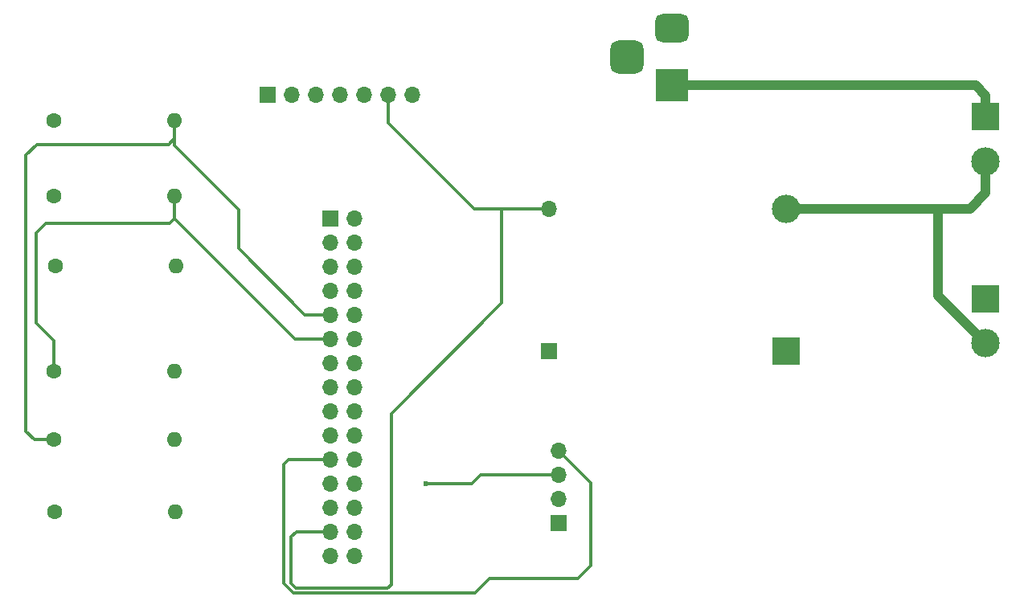
<source format=gbr>
%TF.GenerationSoftware,KiCad,Pcbnew,8.0.2*%
%TF.CreationDate,2024-06-02T23:09:43-04:00*%
%TF.ProjectId,popperPump,706f7070-6572-4507-956d-702e6b696361,1.5*%
%TF.SameCoordinates,Original*%
%TF.FileFunction,Copper,L1,Top*%
%TF.FilePolarity,Positive*%
%FSLAX46Y46*%
G04 Gerber Fmt 4.6, Leading zero omitted, Abs format (unit mm)*
G04 Created by KiCad (PCBNEW 8.0.2) date 2024-06-02 23:09:43*
%MOMM*%
%LPD*%
G01*
G04 APERTURE LIST*
G04 Aperture macros list*
%AMRoundRect*
0 Rectangle with rounded corners*
0 $1 Rounding radius*
0 $2 $3 $4 $5 $6 $7 $8 $9 X,Y pos of 4 corners*
0 Add a 4 corners polygon primitive as box body*
4,1,4,$2,$3,$4,$5,$6,$7,$8,$9,$2,$3,0*
0 Add four circle primitives for the rounded corners*
1,1,$1+$1,$2,$3*
1,1,$1+$1,$4,$5*
1,1,$1+$1,$6,$7*
1,1,$1+$1,$8,$9*
0 Add four rect primitives between the rounded corners*
20,1,$1+$1,$2,$3,$4,$5,0*
20,1,$1+$1,$4,$5,$6,$7,0*
20,1,$1+$1,$6,$7,$8,$9,0*
20,1,$1+$1,$8,$9,$2,$3,0*%
G04 Aperture macros list end*
%TA.AperFunction,ComponentPad*%
%ADD10R,3.500000X3.500000*%
%TD*%
%TA.AperFunction,ComponentPad*%
%ADD11RoundRect,0.750000X-1.000000X0.750000X-1.000000X-0.750000X1.000000X-0.750000X1.000000X0.750000X0*%
%TD*%
%TA.AperFunction,ComponentPad*%
%ADD12RoundRect,0.875000X-0.875000X0.875000X-0.875000X-0.875000X0.875000X-0.875000X0.875000X0.875000X0*%
%TD*%
%TA.AperFunction,ComponentPad*%
%ADD13C,1.600000*%
%TD*%
%TA.AperFunction,ComponentPad*%
%ADD14O,1.600000X1.600000*%
%TD*%
%TA.AperFunction,ComponentPad*%
%ADD15R,1.700000X1.700000*%
%TD*%
%TA.AperFunction,ComponentPad*%
%ADD16O,1.700000X1.700000*%
%TD*%
%TA.AperFunction,ComponentPad*%
%ADD17R,3.000000X3.000000*%
%TD*%
%TA.AperFunction,ComponentPad*%
%ADD18O,3.000000X3.000000*%
%TD*%
%TA.AperFunction,ViaPad*%
%ADD19C,0.600000*%
%TD*%
%TA.AperFunction,Conductor*%
%ADD20C,0.300000*%
%TD*%
%TA.AperFunction,Conductor*%
%ADD21C,1.000000*%
%TD*%
%TA.AperFunction,Conductor*%
%ADD22C,0.200000*%
%TD*%
G04 APERTURE END LIST*
D10*
%TO.P,12VIN,1*%
%TO.N,VCC*%
X165707500Y-71000000D03*
D11*
%TO.P,12VIN,2*%
%TO.N,GND*%
X165707500Y-65000000D03*
D12*
%TO.P,12VIN,3*%
%TO.N,N/C*%
X161007500Y-68000000D03*
%TD*%
D13*
%TO.P,ButDPullDown1,1*%
%TO.N,Net-(AdafruitRF315MhzMomentary1-Pin_5)*%
X100752400Y-90015680D03*
D14*
%TO.P,ButDPullDown1,2*%
%TO.N,Net-(M5StackHeader1-Pin_1)*%
X113452400Y-90015680D03*
%TD*%
D13*
%TO.P,ButDNeutral1,1*%
%TO.N,Net-(M5StackHeader1-Pin_1)*%
X100727000Y-115949080D03*
D14*
%TO.P,ButDNeutral1,2*%
%TO.N,GND*%
X113427000Y-115949080D03*
%TD*%
D13*
%TO.P,ButBNeutral1,1*%
%TO.N,Net-(M5StackHeader1-Pin_9)*%
X100600000Y-108354480D03*
D14*
%TO.P,ButBNeutral1,2*%
%TO.N,GND*%
X113300000Y-108354480D03*
%TD*%
D13*
%TO.P,ButBPullDown1,1*%
%TO.N,Net-(AdafruitRF315MhzMomentary1-Pin_3)*%
X100600000Y-74699480D03*
D14*
%TO.P,ButBPullDown1,2*%
%TO.N,Net-(M5StackHeader1-Pin_9)*%
X113300000Y-74699480D03*
%TD*%
D15*
%TO.P,M5StackHeader1,1,Pin_1*%
%TO.N,Net-(M5StackHeader1-Pin_1)*%
X129750000Y-85000000D03*
D16*
%TO.P,M5StackHeader1,2,Pin_2*%
%TO.N,GND*%
X132290000Y-85000000D03*
%TO.P,M5StackHeader1,3,Pin_3*%
%TO.N,unconnected-(M5StackHeader1-Pin_3-Pad3)*%
X129750000Y-87540000D03*
%TO.P,M5StackHeader1,4,Pin_4*%
%TO.N,unconnected-(M5StackHeader1-Pin_4-Pad4)*%
X132290000Y-87540000D03*
%TO.P,M5StackHeader1,5,Pin_5*%
%TO.N,unconnected-(M5StackHeader1-Pin_5-Pad5)*%
X129750000Y-90080000D03*
%TO.P,M5StackHeader1,6,Pin_6*%
%TO.N,unconnected-(M5StackHeader1-Pin_6-Pad6)*%
X132290000Y-90080000D03*
%TO.P,M5StackHeader1,7,Pin_7*%
%TO.N,unconnected-(M5StackHeader1-Pin_7-Pad7)*%
X129750000Y-92620000D03*
%TO.P,M5StackHeader1,8,Pin_8*%
%TO.N,unconnected-(M5StackHeader1-Pin_8-Pad8)*%
X132290000Y-92620000D03*
%TO.P,M5StackHeader1,9,Pin_9*%
%TO.N,Net-(M5StackHeader1-Pin_9)*%
X129750000Y-95160000D03*
%TO.P,M5StackHeader1,10,Pin_10*%
%TO.N,unconnected-(M5StackHeader1-Pin_10-Pad10)*%
X132290000Y-95160000D03*
%TO.P,M5StackHeader1,11,Pin_11*%
%TO.N,Net-(M5StackHeader1-Pin_11)*%
X129750000Y-97700000D03*
%TO.P,M5StackHeader1,12,Pin_12*%
%TO.N,unconnected-(M5StackHeader1-Pin_12-Pad12)*%
X132290000Y-97700000D03*
%TO.P,M5StackHeader1,13,Pin_13*%
%TO.N,unconnected-(M5StackHeader1-Pin_13-Pad13)*%
X129750000Y-100240000D03*
%TO.P,M5StackHeader1,14,Pin_14*%
%TO.N,unconnected-(M5StackHeader1-Pin_14-Pad14)*%
X132290000Y-100240000D03*
%TO.P,M5StackHeader1,15,Pin_15*%
%TO.N,unconnected-(M5StackHeader1-Pin_15-Pad15)*%
X129750000Y-102780000D03*
%TO.P,M5StackHeader1,16,Pin_16*%
%TO.N,unconnected-(M5StackHeader1-Pin_16-Pad16)*%
X132290000Y-102780000D03*
%TO.P,M5StackHeader1,17,Pin_17*%
%TO.N,unconnected-(M5StackHeader1-Pin_17-Pad17)*%
X129750000Y-105320000D03*
%TO.P,M5StackHeader1,18,Pin_18*%
%TO.N,unconnected-(M5StackHeader1-Pin_18-Pad18)*%
X132290000Y-105320000D03*
%TO.P,M5StackHeader1,19,Pin_19*%
%TO.N,unconnected-(M5StackHeader1-Pin_19-Pad19)*%
X129750000Y-107860000D03*
%TO.P,M5StackHeader1,20,Pin_20*%
%TO.N,unconnected-(M5StackHeader1-Pin_20-Pad20)*%
X132290000Y-107860000D03*
%TO.P,M5StackHeader1,21,Pin_21*%
%TO.N,Net-(DRV8871-Pin_4)*%
X129750000Y-110400000D03*
%TO.P,M5StackHeader1,22,Pin_22*%
%TO.N,Net-(DRV8871-Pin_3)*%
X132290000Y-110400000D03*
%TO.P,M5StackHeader1,23,Pin_23*%
%TO.N,unconnected-(M5StackHeader1-Pin_23-Pad23)*%
X129750000Y-112940000D03*
%TO.P,M5StackHeader1,24,Pin_24*%
%TO.N,unconnected-(M5StackHeader1-Pin_24-Pad24)*%
X132290000Y-112940000D03*
%TO.P,M5StackHeader1,25,Pin_25*%
%TO.N,unconnected-(M5StackHeader1-Pin_25-Pad25)*%
X129750000Y-115480000D03*
%TO.P,M5StackHeader1,26,Pin_26*%
%TO.N,unconnected-(M5StackHeader1-Pin_26-Pad26)*%
X132290000Y-115480000D03*
%TO.P,M5StackHeader1,27,Pin_27*%
%TO.N,VCC*%
X129750000Y-118020000D03*
%TO.P,M5StackHeader1,28,Pin_28*%
%TO.N,unconnected-(M5StackHeader1-Pin_28-Pad28)*%
X132290000Y-118020000D03*
%TO.P,M5StackHeader1,29,Pin_29*%
%TO.N,unconnected-(M5StackHeader1-Pin_29-Pad29)*%
X129750000Y-120560000D03*
%TO.P,M5StackHeader1,30,Pin_30*%
%TO.N,unconnected-(M5StackHeader1-Pin_30-Pad30)*%
X132290000Y-120560000D03*
%TD*%
D15*
%TO.P,5v Output,1,Pin_1*%
%TO.N,GND*%
X152750000Y-99000000D03*
D16*
%TO.P,5v Output,2,Pin_2*%
%TO.N,VCC*%
X152750000Y-84000000D03*
%TD*%
D15*
%TO.P,DRV8871,1,Pin_1*%
%TO.N,unconnected-(DRV8871-Pin_1-Pad1)*%
X153750000Y-117080000D03*
D16*
%TO.P,DRV8871,2,Pin_2*%
%TO.N,unconnected-(DRV8871-Pin_2-Pad2)*%
X153750000Y-114540000D03*
%TO.P,DRV8871,3,Pin_3*%
%TO.N,Net-(DRV8871-Pin_3)*%
X153750000Y-112000000D03*
%TO.P,DRV8871,4,Pin_4*%
%TO.N,Net-(DRV8871-Pin_4)*%
X153750000Y-109460000D03*
%TD*%
D17*
%TO.P,PowerSwitch,1,A*%
%TO.N,VCC*%
X198750000Y-74270000D03*
D18*
%TO.P,PowerSwitch,2,B*%
X198750000Y-79000000D03*
%TD*%
D13*
%TO.P,ButCNeutral1,1*%
%TO.N,Net-(M5StackHeader1-Pin_11)*%
X100600000Y-101090080D03*
D14*
%TO.P,ButCNeutral1,2*%
%TO.N,GND*%
X113300000Y-101090080D03*
%TD*%
D15*
%TO.P,AdafruitRF,1,Pin_1*%
%TO.N,unconnected-(AdafruitRF315MhzMomentary1-Pin_1-Pad1)*%
X123125000Y-72000000D03*
D16*
%TO.P,AdafruitRF,2,Pin_2*%
%TO.N,unconnected-(AdafruitRF315MhzMomentary1-Pin_2-Pad2)*%
X125665000Y-72000000D03*
%TO.P,AdafruitRF,3,Pin_3*%
%TO.N,Net-(AdafruitRF315MhzMomentary1-Pin_3)*%
X128205000Y-72000000D03*
%TO.P,AdafruitRF,4,Pin_4*%
%TO.N,Net-(AdafruitRF315MhzMomentary1-Pin_4)*%
X130745000Y-72000000D03*
%TO.P,AdafruitRF,5,Pin_5*%
%TO.N,Net-(AdafruitRF315MhzMomentary1-Pin_5)*%
X133285000Y-72000000D03*
%TO.P,AdafruitRF,6,Pin_6*%
%TO.N,VCC*%
X135825000Y-72000000D03*
%TO.P,AdafruitRF,7,Pin_7*%
%TO.N,GND*%
X138365000Y-72000000D03*
%TD*%
D13*
%TO.P,ButCPullDown1,1*%
%TO.N,Net-(AdafruitRF315MhzMomentary1-Pin_4)*%
X100600000Y-82699480D03*
D14*
%TO.P,ButCPullDown1,2*%
%TO.N,Net-(M5StackHeader1-Pin_11)*%
X113300000Y-82699480D03*
%TD*%
D17*
%TO.P,DRV1,1,Pin_1*%
%TO.N,GND*%
X198750000Y-93460000D03*
D18*
%TO.P,DRV1,2,Pin_2*%
%TO.N,Net-(BuckConverter1-Pin_2)*%
X198750000Y-98190000D03*
%TD*%
D17*
%TO.P,12v Input,1,Pin_1*%
%TO.N,GND*%
X177750000Y-99000000D03*
D18*
%TO.P,12v Input,2,Pin_2*%
%TO.N,VCC*%
X177750000Y-84000000D03*
%TD*%
D19*
%TO.N,Net-(DRV8871-Pin_3)*%
X139800000Y-113000000D03*
%TD*%
D20*
%TO.N,VCC*%
X147825000Y-84000000D02*
X152750000Y-84000000D01*
X135825000Y-74925000D02*
X135825000Y-72000000D01*
X125600000Y-123500000D02*
X125600000Y-118600000D01*
X147825000Y-84000000D02*
X147787500Y-84037500D01*
X147787500Y-84037500D02*
X147787500Y-93962500D01*
X136150000Y-105600000D02*
X136150000Y-123600000D01*
X147787500Y-93962500D02*
X136150000Y-105600000D01*
D21*
X198750000Y-82350000D02*
X197100000Y-84000000D01*
X193750000Y-84000000D02*
X193750000Y-93190000D01*
X198750000Y-79000000D02*
X198750000Y-82350000D01*
D20*
X144900000Y-84000000D02*
X135825000Y-74925000D01*
X147825000Y-84000000D02*
X144900000Y-84000000D01*
D21*
X193750000Y-84000000D02*
X177750000Y-84000000D01*
D20*
X135750000Y-124000000D02*
X126100000Y-124000000D01*
D21*
X197700000Y-71000000D02*
X198750000Y-72050000D01*
X193750000Y-93190000D02*
X198750000Y-98190000D01*
X197100000Y-84000000D02*
X193750000Y-84000000D01*
X165707500Y-71000000D02*
X197700000Y-71000000D01*
D20*
X136150000Y-123600000D02*
X135750000Y-124000000D01*
D21*
X198750000Y-72050000D02*
X198750000Y-74270000D01*
D20*
X126180000Y-118020000D02*
X129750000Y-118020000D01*
X125600000Y-118600000D02*
X126180000Y-118020000D01*
X126100000Y-124000000D02*
X125600000Y-123500000D01*
D22*
X165707500Y-71000000D02*
X165707500Y-71957500D01*
D20*
%TO.N,Net-(M5StackHeader1-Pin_9)*%
X97653600Y-78382480D02*
X97653600Y-107453600D01*
X120100000Y-88200000D02*
X120100000Y-84100000D01*
X113300000Y-77300000D02*
X113300000Y-76600000D01*
X129750000Y-95160000D02*
X127060000Y-95160000D01*
X97653600Y-107453600D02*
X98554480Y-108354480D01*
D22*
X98796600Y-77214080D02*
X98796600Y-77239480D01*
D20*
X120100000Y-84100000D02*
X113300000Y-77300000D01*
X113300000Y-76600000D02*
X112685920Y-77214080D01*
X98796600Y-77239480D02*
X97653600Y-78382480D01*
X98554480Y-108354480D02*
X100600000Y-108354480D01*
X127060000Y-95160000D02*
X120100000Y-88200000D01*
X112685920Y-77214080D02*
X98796600Y-77214080D01*
X113300000Y-76600000D02*
X113300000Y-74699480D01*
%TO.N,Net-(M5StackHeader1-Pin_11)*%
X113300000Y-82699480D02*
X113300000Y-85000000D01*
X98771200Y-86528800D02*
X98771200Y-96071200D01*
X99800000Y-85500000D02*
X98771200Y-86528800D01*
X98771200Y-96071200D02*
X100600000Y-97900000D01*
X112800000Y-85500000D02*
X99800000Y-85500000D01*
X113300000Y-85000000D02*
X126000000Y-97700000D01*
X126000000Y-97700000D02*
X129750000Y-97700000D01*
X113300000Y-85000000D02*
X112800000Y-85500000D01*
X100600000Y-97900000D02*
X100600000Y-101090080D01*
%TO.N,Net-(DRV8871-Pin_3)*%
X139800000Y-113000000D02*
X144600000Y-113000000D01*
X144600000Y-113000000D02*
X145600000Y-112000000D01*
X145600000Y-112000000D02*
X153750000Y-112000000D01*
%TO.N,Net-(DRV8871-Pin_4)*%
X153750000Y-109460000D02*
X157200000Y-112910000D01*
X125800000Y-124500000D02*
X124800000Y-123500000D01*
X145000000Y-124500000D02*
X125800000Y-124500000D01*
X146500000Y-123000000D02*
X155800000Y-123000000D01*
X124800000Y-123500000D02*
X124800000Y-110900000D01*
X157200000Y-121600000D02*
X157200000Y-112910000D01*
X155800000Y-123000000D02*
X157200000Y-121600000D01*
X125300000Y-110400000D02*
X129750000Y-110400000D01*
X146500000Y-123000000D02*
X145000000Y-124500000D01*
X124800000Y-110900000D02*
X125300000Y-110400000D01*
%TD*%
M02*

</source>
